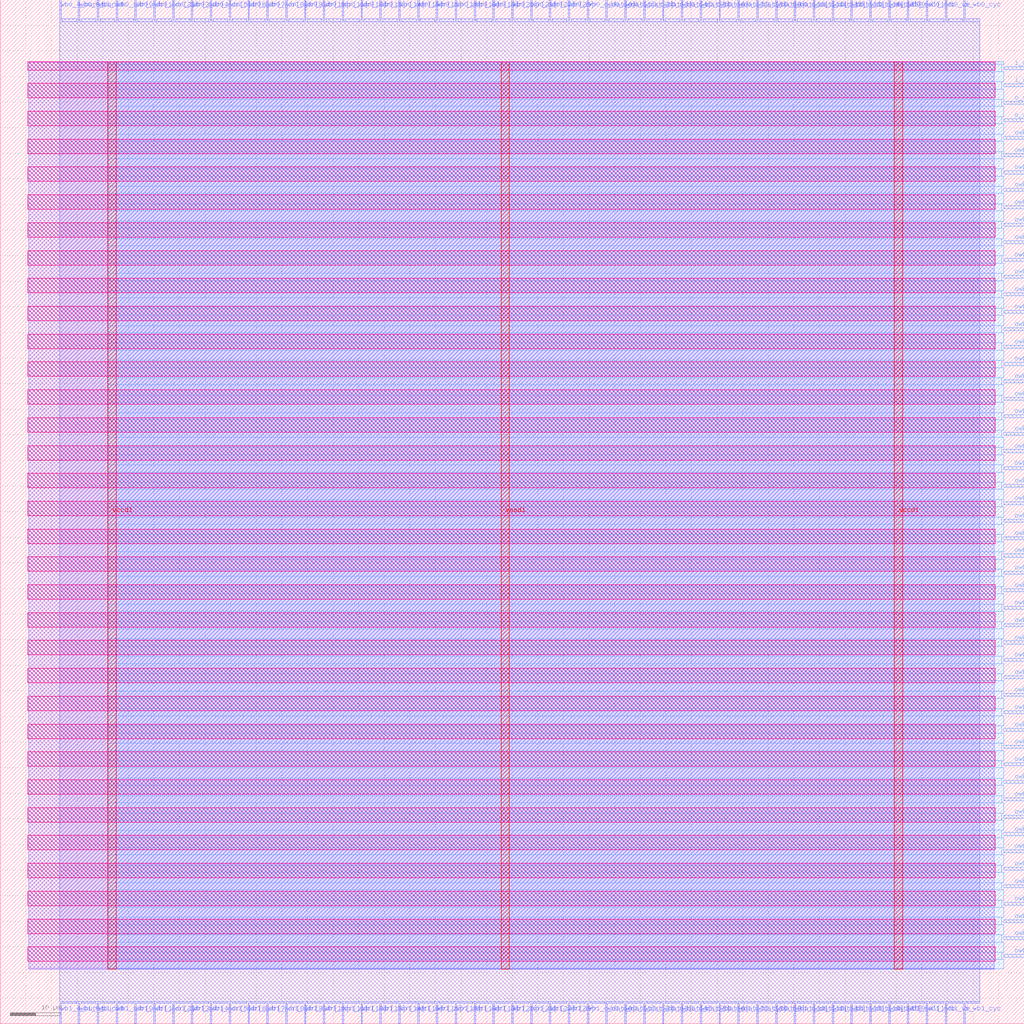
<source format=lef>
VERSION 5.7 ;
  NOWIREEXTENSIONATPIN ON ;
  DIVIDERCHAR "/" ;
  BUSBITCHARS "[]" ;
MACRO wishbone_arbiter
  CLASS BLOCK ;
  FOREIGN wishbone_arbiter ;
  ORIGIN 0.000 0.000 ;
  SIZE 200.000 BY 200.000 ;
  PIN i_clk
    DIRECTION INPUT ;
    USE SIGNAL ;
    PORT
      LAYER met3 ;
        RECT 196.000 186.360 200.000 186.960 ;
    END
  END i_clk
  PIN i_rst
    DIRECTION INPUT ;
    USE SIGNAL ;
    PORT
      LAYER met3 ;
        RECT 196.000 182.960 200.000 183.560 ;
    END
  END i_rst
  PIN i_wb0_cyc
    DIRECTION INPUT ;
    USE SIGNAL ;
    PORT
      LAYER met2 ;
        RECT 188.230 196.000 188.510 200.000 ;
    END
  END i_wb0_cyc
  PIN i_wb1_cyc
    DIRECTION INPUT ;
    USE SIGNAL ;
    PORT
      LAYER met2 ;
        RECT 188.230 0.000 188.510 4.000 ;
    END
  END i_wb1_cyc
  PIN o_sel_sig
    DIRECTION OUTPUT TRISTATE ;
    USE SIGNAL ;
    PORT
      LAYER met3 ;
        RECT 196.000 179.560 200.000 180.160 ;
    END
  END o_sel_sig
  PIN o_wb_cyc
    DIRECTION OUTPUT TRISTATE ;
    USE SIGNAL ;
    PORT
      LAYER met3 ;
        RECT 196.000 176.160 200.000 176.760 ;
    END
  END o_wb_cyc
  PIN owb_4_burst
    DIRECTION OUTPUT TRISTATE ;
    USE SIGNAL ;
    PORT
      LAYER met3 ;
        RECT 196.000 12.960 200.000 13.560 ;
    END
  END owb_4_burst
  PIN owb_8_burst
    DIRECTION OUTPUT TRISTATE ;
    USE SIGNAL ;
    PORT
      LAYER met3 ;
        RECT 196.000 16.360 200.000 16.960 ;
    END
  END owb_8_burst
  PIN owb_ack
    DIRECTION INPUT ;
    USE SIGNAL ;
    PORT
      LAYER met3 ;
        RECT 196.000 19.760 200.000 20.360 ;
    END
  END owb_ack
  PIN owb_adr[0]
    DIRECTION OUTPUT TRISTATE ;
    USE SIGNAL ;
    PORT
      LAYER met3 ;
        RECT 196.000 23.160 200.000 23.760 ;
    END
  END owb_adr[0]
  PIN owb_adr[10]
    DIRECTION OUTPUT TRISTATE ;
    USE SIGNAL ;
    PORT
      LAYER met3 ;
        RECT 196.000 57.160 200.000 57.760 ;
    END
  END owb_adr[10]
  PIN owb_adr[11]
    DIRECTION OUTPUT TRISTATE ;
    USE SIGNAL ;
    PORT
      LAYER met3 ;
        RECT 196.000 60.560 200.000 61.160 ;
    END
  END owb_adr[11]
  PIN owb_adr[12]
    DIRECTION OUTPUT TRISTATE ;
    USE SIGNAL ;
    PORT
      LAYER met3 ;
        RECT 196.000 63.960 200.000 64.560 ;
    END
  END owb_adr[12]
  PIN owb_adr[13]
    DIRECTION OUTPUT TRISTATE ;
    USE SIGNAL ;
    PORT
      LAYER met3 ;
        RECT 196.000 67.360 200.000 67.960 ;
    END
  END owb_adr[13]
  PIN owb_adr[14]
    DIRECTION OUTPUT TRISTATE ;
    USE SIGNAL ;
    PORT
      LAYER met3 ;
        RECT 196.000 70.760 200.000 71.360 ;
    END
  END owb_adr[14]
  PIN owb_adr[15]
    DIRECTION OUTPUT TRISTATE ;
    USE SIGNAL ;
    PORT
      LAYER met3 ;
        RECT 196.000 74.160 200.000 74.760 ;
    END
  END owb_adr[15]
  PIN owb_adr[16]
    DIRECTION OUTPUT TRISTATE ;
    USE SIGNAL ;
    PORT
      LAYER met3 ;
        RECT 196.000 77.560 200.000 78.160 ;
    END
  END owb_adr[16]
  PIN owb_adr[17]
    DIRECTION OUTPUT TRISTATE ;
    USE SIGNAL ;
    PORT
      LAYER met3 ;
        RECT 196.000 80.960 200.000 81.560 ;
    END
  END owb_adr[17]
  PIN owb_adr[18]
    DIRECTION OUTPUT TRISTATE ;
    USE SIGNAL ;
    PORT
      LAYER met3 ;
        RECT 196.000 84.360 200.000 84.960 ;
    END
  END owb_adr[18]
  PIN owb_adr[19]
    DIRECTION OUTPUT TRISTATE ;
    USE SIGNAL ;
    PORT
      LAYER met3 ;
        RECT 196.000 87.760 200.000 88.360 ;
    END
  END owb_adr[19]
  PIN owb_adr[1]
    DIRECTION OUTPUT TRISTATE ;
    USE SIGNAL ;
    PORT
      LAYER met3 ;
        RECT 196.000 26.560 200.000 27.160 ;
    END
  END owb_adr[1]
  PIN owb_adr[20]
    DIRECTION OUTPUT TRISTATE ;
    USE SIGNAL ;
    PORT
      LAYER met3 ;
        RECT 196.000 91.160 200.000 91.760 ;
    END
  END owb_adr[20]
  PIN owb_adr[21]
    DIRECTION OUTPUT TRISTATE ;
    USE SIGNAL ;
    PORT
      LAYER met3 ;
        RECT 196.000 94.560 200.000 95.160 ;
    END
  END owb_adr[21]
  PIN owb_adr[22]
    DIRECTION OUTPUT TRISTATE ;
    USE SIGNAL ;
    PORT
      LAYER met3 ;
        RECT 196.000 97.960 200.000 98.560 ;
    END
  END owb_adr[22]
  PIN owb_adr[23]
    DIRECTION OUTPUT TRISTATE ;
    USE SIGNAL ;
    PORT
      LAYER met3 ;
        RECT 196.000 101.360 200.000 101.960 ;
    END
  END owb_adr[23]
  PIN owb_adr[2]
    DIRECTION OUTPUT TRISTATE ;
    USE SIGNAL ;
    PORT
      LAYER met3 ;
        RECT 196.000 29.960 200.000 30.560 ;
    END
  END owb_adr[2]
  PIN owb_adr[3]
    DIRECTION OUTPUT TRISTATE ;
    USE SIGNAL ;
    PORT
      LAYER met3 ;
        RECT 196.000 33.360 200.000 33.960 ;
    END
  END owb_adr[3]
  PIN owb_adr[4]
    DIRECTION OUTPUT TRISTATE ;
    USE SIGNAL ;
    PORT
      LAYER met3 ;
        RECT 196.000 36.760 200.000 37.360 ;
    END
  END owb_adr[4]
  PIN owb_adr[5]
    DIRECTION OUTPUT TRISTATE ;
    USE SIGNAL ;
    PORT
      LAYER met3 ;
        RECT 196.000 40.160 200.000 40.760 ;
    END
  END owb_adr[5]
  PIN owb_adr[6]
    DIRECTION OUTPUT TRISTATE ;
    USE SIGNAL ;
    PORT
      LAYER met3 ;
        RECT 196.000 43.560 200.000 44.160 ;
    END
  END owb_adr[6]
  PIN owb_adr[7]
    DIRECTION OUTPUT TRISTATE ;
    USE SIGNAL ;
    PORT
      LAYER met3 ;
        RECT 196.000 46.960 200.000 47.560 ;
    END
  END owb_adr[7]
  PIN owb_adr[8]
    DIRECTION OUTPUT TRISTATE ;
    USE SIGNAL ;
    PORT
      LAYER met3 ;
        RECT 196.000 50.360 200.000 50.960 ;
    END
  END owb_adr[8]
  PIN owb_adr[9]
    DIRECTION OUTPUT TRISTATE ;
    USE SIGNAL ;
    PORT
      LAYER met3 ;
        RECT 196.000 53.760 200.000 54.360 ;
    END
  END owb_adr[9]
  PIN owb_err
    DIRECTION INPUT ;
    USE SIGNAL ;
    PORT
      LAYER met3 ;
        RECT 196.000 104.760 200.000 105.360 ;
    END
  END owb_err
  PIN owb_o_dat[0]
    DIRECTION OUTPUT TRISTATE ;
    USE SIGNAL ;
    PORT
      LAYER met3 ;
        RECT 196.000 108.160 200.000 108.760 ;
    END
  END owb_o_dat[0]
  PIN owb_o_dat[10]
    DIRECTION OUTPUT TRISTATE ;
    USE SIGNAL ;
    PORT
      LAYER met3 ;
        RECT 196.000 142.160 200.000 142.760 ;
    END
  END owb_o_dat[10]
  PIN owb_o_dat[11]
    DIRECTION OUTPUT TRISTATE ;
    USE SIGNAL ;
    PORT
      LAYER met3 ;
        RECT 196.000 145.560 200.000 146.160 ;
    END
  END owb_o_dat[11]
  PIN owb_o_dat[12]
    DIRECTION OUTPUT TRISTATE ;
    USE SIGNAL ;
    PORT
      LAYER met3 ;
        RECT 196.000 148.960 200.000 149.560 ;
    END
  END owb_o_dat[12]
  PIN owb_o_dat[13]
    DIRECTION OUTPUT TRISTATE ;
    USE SIGNAL ;
    PORT
      LAYER met3 ;
        RECT 196.000 152.360 200.000 152.960 ;
    END
  END owb_o_dat[13]
  PIN owb_o_dat[14]
    DIRECTION OUTPUT TRISTATE ;
    USE SIGNAL ;
    PORT
      LAYER met3 ;
        RECT 196.000 155.760 200.000 156.360 ;
    END
  END owb_o_dat[14]
  PIN owb_o_dat[15]
    DIRECTION OUTPUT TRISTATE ;
    USE SIGNAL ;
    PORT
      LAYER met3 ;
        RECT 196.000 159.160 200.000 159.760 ;
    END
  END owb_o_dat[15]
  PIN owb_o_dat[1]
    DIRECTION OUTPUT TRISTATE ;
    USE SIGNAL ;
    PORT
      LAYER met3 ;
        RECT 196.000 111.560 200.000 112.160 ;
    END
  END owb_o_dat[1]
  PIN owb_o_dat[2]
    DIRECTION OUTPUT TRISTATE ;
    USE SIGNAL ;
    PORT
      LAYER met3 ;
        RECT 196.000 114.960 200.000 115.560 ;
    END
  END owb_o_dat[2]
  PIN owb_o_dat[3]
    DIRECTION OUTPUT TRISTATE ;
    USE SIGNAL ;
    PORT
      LAYER met3 ;
        RECT 196.000 118.360 200.000 118.960 ;
    END
  END owb_o_dat[3]
  PIN owb_o_dat[4]
    DIRECTION OUTPUT TRISTATE ;
    USE SIGNAL ;
    PORT
      LAYER met3 ;
        RECT 196.000 121.760 200.000 122.360 ;
    END
  END owb_o_dat[4]
  PIN owb_o_dat[5]
    DIRECTION OUTPUT TRISTATE ;
    USE SIGNAL ;
    PORT
      LAYER met3 ;
        RECT 196.000 125.160 200.000 125.760 ;
    END
  END owb_o_dat[5]
  PIN owb_o_dat[6]
    DIRECTION OUTPUT TRISTATE ;
    USE SIGNAL ;
    PORT
      LAYER met3 ;
        RECT 196.000 128.560 200.000 129.160 ;
    END
  END owb_o_dat[6]
  PIN owb_o_dat[7]
    DIRECTION OUTPUT TRISTATE ;
    USE SIGNAL ;
    PORT
      LAYER met3 ;
        RECT 196.000 131.960 200.000 132.560 ;
    END
  END owb_o_dat[7]
  PIN owb_o_dat[8]
    DIRECTION OUTPUT TRISTATE ;
    USE SIGNAL ;
    PORT
      LAYER met3 ;
        RECT 196.000 135.360 200.000 135.960 ;
    END
  END owb_o_dat[8]
  PIN owb_o_dat[9]
    DIRECTION OUTPUT TRISTATE ;
    USE SIGNAL ;
    PORT
      LAYER met3 ;
        RECT 196.000 138.760 200.000 139.360 ;
    END
  END owb_o_dat[9]
  PIN owb_sel[0]
    DIRECTION OUTPUT TRISTATE ;
    USE SIGNAL ;
    PORT
      LAYER met3 ;
        RECT 196.000 162.560 200.000 163.160 ;
    END
  END owb_sel[0]
  PIN owb_sel[1]
    DIRECTION OUTPUT TRISTATE ;
    USE SIGNAL ;
    PORT
      LAYER met3 ;
        RECT 196.000 165.960 200.000 166.560 ;
    END
  END owb_sel[1]
  PIN owb_stb
    DIRECTION OUTPUT TRISTATE ;
    USE SIGNAL ;
    PORT
      LAYER met3 ;
        RECT 196.000 169.360 200.000 169.960 ;
    END
  END owb_stb
  PIN owb_we
    DIRECTION OUTPUT TRISTATE ;
    USE SIGNAL ;
    PORT
      LAYER met3 ;
        RECT 196.000 172.760 200.000 173.360 ;
    END
  END owb_we
  PIN vccd1
    DIRECTION INOUT ;
    USE POWER ;
    PORT
      LAYER met4 ;
        RECT 21.040 10.640 22.640 187.920 ;
    END
    PORT
      LAYER met4 ;
        RECT 174.640 10.640 176.240 187.920 ;
    END
  END vccd1
  PIN vssd1
    DIRECTION INOUT ;
    USE GROUND ;
    PORT
      LAYER met4 ;
        RECT 97.840 10.640 99.440 187.920 ;
    END
  END vssd1
  PIN wb0_4_burst
    DIRECTION INPUT ;
    USE SIGNAL ;
    PORT
      LAYER met2 ;
        RECT 11.590 196.000 11.870 200.000 ;
    END
  END wb0_4_burst
  PIN wb0_8_burst
    DIRECTION INPUT ;
    USE SIGNAL ;
    PORT
      LAYER met2 ;
        RECT 15.270 196.000 15.550 200.000 ;
    END
  END wb0_8_burst
  PIN wb0_ack
    DIRECTION OUTPUT TRISTATE ;
    USE SIGNAL ;
    PORT
      LAYER met2 ;
        RECT 18.950 196.000 19.230 200.000 ;
    END
  END wb0_ack
  PIN wb0_adr[0]
    DIRECTION INPUT ;
    USE SIGNAL ;
    PORT
      LAYER met2 ;
        RECT 22.630 196.000 22.910 200.000 ;
    END
  END wb0_adr[0]
  PIN wb0_adr[10]
    DIRECTION INPUT ;
    USE SIGNAL ;
    PORT
      LAYER met2 ;
        RECT 59.430 196.000 59.710 200.000 ;
    END
  END wb0_adr[10]
  PIN wb0_adr[11]
    DIRECTION INPUT ;
    USE SIGNAL ;
    PORT
      LAYER met2 ;
        RECT 63.110 196.000 63.390 200.000 ;
    END
  END wb0_adr[11]
  PIN wb0_adr[12]
    DIRECTION INPUT ;
    USE SIGNAL ;
    PORT
      LAYER met2 ;
        RECT 66.790 196.000 67.070 200.000 ;
    END
  END wb0_adr[12]
  PIN wb0_adr[13]
    DIRECTION INPUT ;
    USE SIGNAL ;
    PORT
      LAYER met2 ;
        RECT 70.470 196.000 70.750 200.000 ;
    END
  END wb0_adr[13]
  PIN wb0_adr[14]
    DIRECTION INPUT ;
    USE SIGNAL ;
    PORT
      LAYER met2 ;
        RECT 74.150 196.000 74.430 200.000 ;
    END
  END wb0_adr[14]
  PIN wb0_adr[15]
    DIRECTION INPUT ;
    USE SIGNAL ;
    PORT
      LAYER met2 ;
        RECT 77.830 196.000 78.110 200.000 ;
    END
  END wb0_adr[15]
  PIN wb0_adr[16]
    DIRECTION INPUT ;
    USE SIGNAL ;
    PORT
      LAYER met2 ;
        RECT 81.510 196.000 81.790 200.000 ;
    END
  END wb0_adr[16]
  PIN wb0_adr[17]
    DIRECTION INPUT ;
    USE SIGNAL ;
    PORT
      LAYER met2 ;
        RECT 85.190 196.000 85.470 200.000 ;
    END
  END wb0_adr[17]
  PIN wb0_adr[18]
    DIRECTION INPUT ;
    USE SIGNAL ;
    PORT
      LAYER met2 ;
        RECT 88.870 196.000 89.150 200.000 ;
    END
  END wb0_adr[18]
  PIN wb0_adr[19]
    DIRECTION INPUT ;
    USE SIGNAL ;
    PORT
      LAYER met2 ;
        RECT 92.550 196.000 92.830 200.000 ;
    END
  END wb0_adr[19]
  PIN wb0_adr[1]
    DIRECTION INPUT ;
    USE SIGNAL ;
    PORT
      LAYER met2 ;
        RECT 26.310 196.000 26.590 200.000 ;
    END
  END wb0_adr[1]
  PIN wb0_adr[20]
    DIRECTION INPUT ;
    USE SIGNAL ;
    PORT
      LAYER met2 ;
        RECT 96.230 196.000 96.510 200.000 ;
    END
  END wb0_adr[20]
  PIN wb0_adr[21]
    DIRECTION INPUT ;
    USE SIGNAL ;
    PORT
      LAYER met2 ;
        RECT 99.910 196.000 100.190 200.000 ;
    END
  END wb0_adr[21]
  PIN wb0_adr[22]
    DIRECTION INPUT ;
    USE SIGNAL ;
    PORT
      LAYER met2 ;
        RECT 103.590 196.000 103.870 200.000 ;
    END
  END wb0_adr[22]
  PIN wb0_adr[23]
    DIRECTION INPUT ;
    USE SIGNAL ;
    PORT
      LAYER met2 ;
        RECT 107.270 196.000 107.550 200.000 ;
    END
  END wb0_adr[23]
  PIN wb0_adr[2]
    DIRECTION INPUT ;
    USE SIGNAL ;
    PORT
      LAYER met2 ;
        RECT 29.990 196.000 30.270 200.000 ;
    END
  END wb0_adr[2]
  PIN wb0_adr[3]
    DIRECTION INPUT ;
    USE SIGNAL ;
    PORT
      LAYER met2 ;
        RECT 33.670 196.000 33.950 200.000 ;
    END
  END wb0_adr[3]
  PIN wb0_adr[4]
    DIRECTION INPUT ;
    USE SIGNAL ;
    PORT
      LAYER met2 ;
        RECT 37.350 196.000 37.630 200.000 ;
    END
  END wb0_adr[4]
  PIN wb0_adr[5]
    DIRECTION INPUT ;
    USE SIGNAL ;
    PORT
      LAYER met2 ;
        RECT 41.030 196.000 41.310 200.000 ;
    END
  END wb0_adr[5]
  PIN wb0_adr[6]
    DIRECTION INPUT ;
    USE SIGNAL ;
    PORT
      LAYER met2 ;
        RECT 44.710 196.000 44.990 200.000 ;
    END
  END wb0_adr[6]
  PIN wb0_adr[7]
    DIRECTION INPUT ;
    USE SIGNAL ;
    PORT
      LAYER met2 ;
        RECT 48.390 196.000 48.670 200.000 ;
    END
  END wb0_adr[7]
  PIN wb0_adr[8]
    DIRECTION INPUT ;
    USE SIGNAL ;
    PORT
      LAYER met2 ;
        RECT 52.070 196.000 52.350 200.000 ;
    END
  END wb0_adr[8]
  PIN wb0_adr[9]
    DIRECTION INPUT ;
    USE SIGNAL ;
    PORT
      LAYER met2 ;
        RECT 55.750 196.000 56.030 200.000 ;
    END
  END wb0_adr[9]
  PIN wb0_err
    DIRECTION OUTPUT TRISTATE ;
    USE SIGNAL ;
    PORT
      LAYER met2 ;
        RECT 110.950 196.000 111.230 200.000 ;
    END
  END wb0_err
  PIN wb0_o_dat[0]
    DIRECTION INPUT ;
    USE SIGNAL ;
    PORT
      LAYER met2 ;
        RECT 114.630 196.000 114.910 200.000 ;
    END
  END wb0_o_dat[0]
  PIN wb0_o_dat[10]
    DIRECTION INPUT ;
    USE SIGNAL ;
    PORT
      LAYER met2 ;
        RECT 151.430 196.000 151.710 200.000 ;
    END
  END wb0_o_dat[10]
  PIN wb0_o_dat[11]
    DIRECTION INPUT ;
    USE SIGNAL ;
    PORT
      LAYER met2 ;
        RECT 155.110 196.000 155.390 200.000 ;
    END
  END wb0_o_dat[11]
  PIN wb0_o_dat[12]
    DIRECTION INPUT ;
    USE SIGNAL ;
    PORT
      LAYER met2 ;
        RECT 158.790 196.000 159.070 200.000 ;
    END
  END wb0_o_dat[12]
  PIN wb0_o_dat[13]
    DIRECTION INPUT ;
    USE SIGNAL ;
    PORT
      LAYER met2 ;
        RECT 162.470 196.000 162.750 200.000 ;
    END
  END wb0_o_dat[13]
  PIN wb0_o_dat[14]
    DIRECTION INPUT ;
    USE SIGNAL ;
    PORT
      LAYER met2 ;
        RECT 166.150 196.000 166.430 200.000 ;
    END
  END wb0_o_dat[14]
  PIN wb0_o_dat[15]
    DIRECTION INPUT ;
    USE SIGNAL ;
    PORT
      LAYER met2 ;
        RECT 169.830 196.000 170.110 200.000 ;
    END
  END wb0_o_dat[15]
  PIN wb0_o_dat[1]
    DIRECTION INPUT ;
    USE SIGNAL ;
    PORT
      LAYER met2 ;
        RECT 118.310 196.000 118.590 200.000 ;
    END
  END wb0_o_dat[1]
  PIN wb0_o_dat[2]
    DIRECTION INPUT ;
    USE SIGNAL ;
    PORT
      LAYER met2 ;
        RECT 121.990 196.000 122.270 200.000 ;
    END
  END wb0_o_dat[2]
  PIN wb0_o_dat[3]
    DIRECTION INPUT ;
    USE SIGNAL ;
    PORT
      LAYER met2 ;
        RECT 125.670 196.000 125.950 200.000 ;
    END
  END wb0_o_dat[3]
  PIN wb0_o_dat[4]
    DIRECTION INPUT ;
    USE SIGNAL ;
    PORT
      LAYER met2 ;
        RECT 129.350 196.000 129.630 200.000 ;
    END
  END wb0_o_dat[4]
  PIN wb0_o_dat[5]
    DIRECTION INPUT ;
    USE SIGNAL ;
    PORT
      LAYER met2 ;
        RECT 133.030 196.000 133.310 200.000 ;
    END
  END wb0_o_dat[5]
  PIN wb0_o_dat[6]
    DIRECTION INPUT ;
    USE SIGNAL ;
    PORT
      LAYER met2 ;
        RECT 136.710 196.000 136.990 200.000 ;
    END
  END wb0_o_dat[6]
  PIN wb0_o_dat[7]
    DIRECTION INPUT ;
    USE SIGNAL ;
    PORT
      LAYER met2 ;
        RECT 140.390 196.000 140.670 200.000 ;
    END
  END wb0_o_dat[7]
  PIN wb0_o_dat[8]
    DIRECTION INPUT ;
    USE SIGNAL ;
    PORT
      LAYER met2 ;
        RECT 144.070 196.000 144.350 200.000 ;
    END
  END wb0_o_dat[8]
  PIN wb0_o_dat[9]
    DIRECTION INPUT ;
    USE SIGNAL ;
    PORT
      LAYER met2 ;
        RECT 147.750 196.000 148.030 200.000 ;
    END
  END wb0_o_dat[9]
  PIN wb0_sel[0]
    DIRECTION INPUT ;
    USE SIGNAL ;
    PORT
      LAYER met2 ;
        RECT 173.510 196.000 173.790 200.000 ;
    END
  END wb0_sel[0]
  PIN wb0_sel[1]
    DIRECTION INPUT ;
    USE SIGNAL ;
    PORT
      LAYER met2 ;
        RECT 177.190 196.000 177.470 200.000 ;
    END
  END wb0_sel[1]
  PIN wb0_stb
    DIRECTION INPUT ;
    USE SIGNAL ;
    PORT
      LAYER met2 ;
        RECT 180.870 196.000 181.150 200.000 ;
    END
  END wb0_stb
  PIN wb0_we
    DIRECTION INPUT ;
    USE SIGNAL ;
    PORT
      LAYER met2 ;
        RECT 184.550 196.000 184.830 200.000 ;
    END
  END wb0_we
  PIN wb1_4_burst
    DIRECTION INPUT ;
    USE SIGNAL ;
    PORT
      LAYER met2 ;
        RECT 11.590 0.000 11.870 4.000 ;
    END
  END wb1_4_burst
  PIN wb1_8_burst
    DIRECTION INPUT ;
    USE SIGNAL ;
    PORT
      LAYER met2 ;
        RECT 15.270 0.000 15.550 4.000 ;
    END
  END wb1_8_burst
  PIN wb1_ack
    DIRECTION OUTPUT TRISTATE ;
    USE SIGNAL ;
    PORT
      LAYER met2 ;
        RECT 18.950 0.000 19.230 4.000 ;
    END
  END wb1_ack
  PIN wb1_adr[0]
    DIRECTION INPUT ;
    USE SIGNAL ;
    PORT
      LAYER met2 ;
        RECT 22.630 0.000 22.910 4.000 ;
    END
  END wb1_adr[0]
  PIN wb1_adr[10]
    DIRECTION INPUT ;
    USE SIGNAL ;
    PORT
      LAYER met2 ;
        RECT 59.430 0.000 59.710 4.000 ;
    END
  END wb1_adr[10]
  PIN wb1_adr[11]
    DIRECTION INPUT ;
    USE SIGNAL ;
    PORT
      LAYER met2 ;
        RECT 63.110 0.000 63.390 4.000 ;
    END
  END wb1_adr[11]
  PIN wb1_adr[12]
    DIRECTION INPUT ;
    USE SIGNAL ;
    PORT
      LAYER met2 ;
        RECT 66.790 0.000 67.070 4.000 ;
    END
  END wb1_adr[12]
  PIN wb1_adr[13]
    DIRECTION INPUT ;
    USE SIGNAL ;
    PORT
      LAYER met2 ;
        RECT 70.470 0.000 70.750 4.000 ;
    END
  END wb1_adr[13]
  PIN wb1_adr[14]
    DIRECTION INPUT ;
    USE SIGNAL ;
    PORT
      LAYER met2 ;
        RECT 74.150 0.000 74.430 4.000 ;
    END
  END wb1_adr[14]
  PIN wb1_adr[15]
    DIRECTION INPUT ;
    USE SIGNAL ;
    PORT
      LAYER met2 ;
        RECT 77.830 0.000 78.110 4.000 ;
    END
  END wb1_adr[15]
  PIN wb1_adr[16]
    DIRECTION INPUT ;
    USE SIGNAL ;
    PORT
      LAYER met2 ;
        RECT 81.510 0.000 81.790 4.000 ;
    END
  END wb1_adr[16]
  PIN wb1_adr[17]
    DIRECTION INPUT ;
    USE SIGNAL ;
    PORT
      LAYER met2 ;
        RECT 85.190 0.000 85.470 4.000 ;
    END
  END wb1_adr[17]
  PIN wb1_adr[18]
    DIRECTION INPUT ;
    USE SIGNAL ;
    PORT
      LAYER met2 ;
        RECT 88.870 0.000 89.150 4.000 ;
    END
  END wb1_adr[18]
  PIN wb1_adr[19]
    DIRECTION INPUT ;
    USE SIGNAL ;
    PORT
      LAYER met2 ;
        RECT 92.550 0.000 92.830 4.000 ;
    END
  END wb1_adr[19]
  PIN wb1_adr[1]
    DIRECTION INPUT ;
    USE SIGNAL ;
    PORT
      LAYER met2 ;
        RECT 26.310 0.000 26.590 4.000 ;
    END
  END wb1_adr[1]
  PIN wb1_adr[20]
    DIRECTION INPUT ;
    USE SIGNAL ;
    PORT
      LAYER met2 ;
        RECT 96.230 0.000 96.510 4.000 ;
    END
  END wb1_adr[20]
  PIN wb1_adr[21]
    DIRECTION INPUT ;
    USE SIGNAL ;
    PORT
      LAYER met2 ;
        RECT 99.910 0.000 100.190 4.000 ;
    END
  END wb1_adr[21]
  PIN wb1_adr[22]
    DIRECTION INPUT ;
    USE SIGNAL ;
    PORT
      LAYER met2 ;
        RECT 103.590 0.000 103.870 4.000 ;
    END
  END wb1_adr[22]
  PIN wb1_adr[23]
    DIRECTION INPUT ;
    USE SIGNAL ;
    PORT
      LAYER met2 ;
        RECT 107.270 0.000 107.550 4.000 ;
    END
  END wb1_adr[23]
  PIN wb1_adr[2]
    DIRECTION INPUT ;
    USE SIGNAL ;
    PORT
      LAYER met2 ;
        RECT 29.990 0.000 30.270 4.000 ;
    END
  END wb1_adr[2]
  PIN wb1_adr[3]
    DIRECTION INPUT ;
    USE SIGNAL ;
    PORT
      LAYER met2 ;
        RECT 33.670 0.000 33.950 4.000 ;
    END
  END wb1_adr[3]
  PIN wb1_adr[4]
    DIRECTION INPUT ;
    USE SIGNAL ;
    PORT
      LAYER met2 ;
        RECT 37.350 0.000 37.630 4.000 ;
    END
  END wb1_adr[4]
  PIN wb1_adr[5]
    DIRECTION INPUT ;
    USE SIGNAL ;
    PORT
      LAYER met2 ;
        RECT 41.030 0.000 41.310 4.000 ;
    END
  END wb1_adr[5]
  PIN wb1_adr[6]
    DIRECTION INPUT ;
    USE SIGNAL ;
    PORT
      LAYER met2 ;
        RECT 44.710 0.000 44.990 4.000 ;
    END
  END wb1_adr[6]
  PIN wb1_adr[7]
    DIRECTION INPUT ;
    USE SIGNAL ;
    PORT
      LAYER met2 ;
        RECT 48.390 0.000 48.670 4.000 ;
    END
  END wb1_adr[7]
  PIN wb1_adr[8]
    DIRECTION INPUT ;
    USE SIGNAL ;
    PORT
      LAYER met2 ;
        RECT 52.070 0.000 52.350 4.000 ;
    END
  END wb1_adr[8]
  PIN wb1_adr[9]
    DIRECTION INPUT ;
    USE SIGNAL ;
    PORT
      LAYER met2 ;
        RECT 55.750 0.000 56.030 4.000 ;
    END
  END wb1_adr[9]
  PIN wb1_err
    DIRECTION OUTPUT TRISTATE ;
    USE SIGNAL ;
    PORT
      LAYER met2 ;
        RECT 110.950 0.000 111.230 4.000 ;
    END
  END wb1_err
  PIN wb1_o_dat[0]
    DIRECTION INPUT ;
    USE SIGNAL ;
    PORT
      LAYER met2 ;
        RECT 114.630 0.000 114.910 4.000 ;
    END
  END wb1_o_dat[0]
  PIN wb1_o_dat[10]
    DIRECTION INPUT ;
    USE SIGNAL ;
    PORT
      LAYER met2 ;
        RECT 151.430 0.000 151.710 4.000 ;
    END
  END wb1_o_dat[10]
  PIN wb1_o_dat[11]
    DIRECTION INPUT ;
    USE SIGNAL ;
    PORT
      LAYER met2 ;
        RECT 155.110 0.000 155.390 4.000 ;
    END
  END wb1_o_dat[11]
  PIN wb1_o_dat[12]
    DIRECTION INPUT ;
    USE SIGNAL ;
    PORT
      LAYER met2 ;
        RECT 158.790 0.000 159.070 4.000 ;
    END
  END wb1_o_dat[12]
  PIN wb1_o_dat[13]
    DIRECTION INPUT ;
    USE SIGNAL ;
    PORT
      LAYER met2 ;
        RECT 162.470 0.000 162.750 4.000 ;
    END
  END wb1_o_dat[13]
  PIN wb1_o_dat[14]
    DIRECTION INPUT ;
    USE SIGNAL ;
    PORT
      LAYER met2 ;
        RECT 166.150 0.000 166.430 4.000 ;
    END
  END wb1_o_dat[14]
  PIN wb1_o_dat[15]
    DIRECTION INPUT ;
    USE SIGNAL ;
    PORT
      LAYER met2 ;
        RECT 169.830 0.000 170.110 4.000 ;
    END
  END wb1_o_dat[15]
  PIN wb1_o_dat[1]
    DIRECTION INPUT ;
    USE SIGNAL ;
    PORT
      LAYER met2 ;
        RECT 118.310 0.000 118.590 4.000 ;
    END
  END wb1_o_dat[1]
  PIN wb1_o_dat[2]
    DIRECTION INPUT ;
    USE SIGNAL ;
    PORT
      LAYER met2 ;
        RECT 121.990 0.000 122.270 4.000 ;
    END
  END wb1_o_dat[2]
  PIN wb1_o_dat[3]
    DIRECTION INPUT ;
    USE SIGNAL ;
    PORT
      LAYER met2 ;
        RECT 125.670 0.000 125.950 4.000 ;
    END
  END wb1_o_dat[3]
  PIN wb1_o_dat[4]
    DIRECTION INPUT ;
    USE SIGNAL ;
    PORT
      LAYER met2 ;
        RECT 129.350 0.000 129.630 4.000 ;
    END
  END wb1_o_dat[4]
  PIN wb1_o_dat[5]
    DIRECTION INPUT ;
    USE SIGNAL ;
    PORT
      LAYER met2 ;
        RECT 133.030 0.000 133.310 4.000 ;
    END
  END wb1_o_dat[5]
  PIN wb1_o_dat[6]
    DIRECTION INPUT ;
    USE SIGNAL ;
    PORT
      LAYER met2 ;
        RECT 136.710 0.000 136.990 4.000 ;
    END
  END wb1_o_dat[6]
  PIN wb1_o_dat[7]
    DIRECTION INPUT ;
    USE SIGNAL ;
    PORT
      LAYER met2 ;
        RECT 140.390 0.000 140.670 4.000 ;
    END
  END wb1_o_dat[7]
  PIN wb1_o_dat[8]
    DIRECTION INPUT ;
    USE SIGNAL ;
    PORT
      LAYER met2 ;
        RECT 144.070 0.000 144.350 4.000 ;
    END
  END wb1_o_dat[8]
  PIN wb1_o_dat[9]
    DIRECTION INPUT ;
    USE SIGNAL ;
    PORT
      LAYER met2 ;
        RECT 147.750 0.000 148.030 4.000 ;
    END
  END wb1_o_dat[9]
  PIN wb1_sel[0]
    DIRECTION INPUT ;
    USE SIGNAL ;
    PORT
      LAYER met2 ;
        RECT 173.510 0.000 173.790 4.000 ;
    END
  END wb1_sel[0]
  PIN wb1_sel[1]
    DIRECTION INPUT ;
    USE SIGNAL ;
    PORT
      LAYER met2 ;
        RECT 177.190 0.000 177.470 4.000 ;
    END
  END wb1_sel[1]
  PIN wb1_stb
    DIRECTION INPUT ;
    USE SIGNAL ;
    PORT
      LAYER met2 ;
        RECT 180.870 0.000 181.150 4.000 ;
    END
  END wb1_stb
  PIN wb1_we
    DIRECTION INPUT ;
    USE SIGNAL ;
    PORT
      LAYER met2 ;
        RECT 184.550 0.000 184.830 4.000 ;
    END
  END wb1_we
  OBS
      LAYER nwell ;
        RECT 5.330 186.265 194.310 187.870 ;
        RECT 5.330 180.825 194.310 183.655 ;
        RECT 5.330 175.385 194.310 178.215 ;
        RECT 5.330 169.945 194.310 172.775 ;
        RECT 5.330 164.505 194.310 167.335 ;
        RECT 5.330 159.065 194.310 161.895 ;
        RECT 5.330 153.625 194.310 156.455 ;
        RECT 5.330 148.185 194.310 151.015 ;
        RECT 5.330 142.745 194.310 145.575 ;
        RECT 5.330 137.305 194.310 140.135 ;
        RECT 5.330 131.865 194.310 134.695 ;
        RECT 5.330 126.425 194.310 129.255 ;
        RECT 5.330 120.985 194.310 123.815 ;
        RECT 5.330 115.545 194.310 118.375 ;
        RECT 5.330 110.105 194.310 112.935 ;
        RECT 5.330 104.665 194.310 107.495 ;
        RECT 5.330 99.225 194.310 102.055 ;
        RECT 5.330 93.785 194.310 96.615 ;
        RECT 5.330 88.345 194.310 91.175 ;
        RECT 5.330 82.905 194.310 85.735 ;
        RECT 5.330 77.465 194.310 80.295 ;
        RECT 5.330 72.025 194.310 74.855 ;
        RECT 5.330 66.585 194.310 69.415 ;
        RECT 5.330 61.145 194.310 63.975 ;
        RECT 5.330 55.705 194.310 58.535 ;
        RECT 5.330 50.265 194.310 53.095 ;
        RECT 5.330 44.825 194.310 47.655 ;
        RECT 5.330 39.385 194.310 42.215 ;
        RECT 5.330 33.945 194.310 36.775 ;
        RECT 5.330 28.505 194.310 31.335 ;
        RECT 5.330 23.065 194.310 25.895 ;
        RECT 5.330 17.625 194.310 20.455 ;
        RECT 5.330 12.185 194.310 15.015 ;
      LAYER li1 ;
        RECT 5.520 10.795 194.120 187.765 ;
      LAYER met1 ;
        RECT 5.520 10.640 194.120 187.920 ;
      LAYER met2 ;
        RECT 12.150 195.720 14.990 196.250 ;
        RECT 15.830 195.720 18.670 196.250 ;
        RECT 19.510 195.720 22.350 196.250 ;
        RECT 23.190 195.720 26.030 196.250 ;
        RECT 26.870 195.720 29.710 196.250 ;
        RECT 30.550 195.720 33.390 196.250 ;
        RECT 34.230 195.720 37.070 196.250 ;
        RECT 37.910 195.720 40.750 196.250 ;
        RECT 41.590 195.720 44.430 196.250 ;
        RECT 45.270 195.720 48.110 196.250 ;
        RECT 48.950 195.720 51.790 196.250 ;
        RECT 52.630 195.720 55.470 196.250 ;
        RECT 56.310 195.720 59.150 196.250 ;
        RECT 59.990 195.720 62.830 196.250 ;
        RECT 63.670 195.720 66.510 196.250 ;
        RECT 67.350 195.720 70.190 196.250 ;
        RECT 71.030 195.720 73.870 196.250 ;
        RECT 74.710 195.720 77.550 196.250 ;
        RECT 78.390 195.720 81.230 196.250 ;
        RECT 82.070 195.720 84.910 196.250 ;
        RECT 85.750 195.720 88.590 196.250 ;
        RECT 89.430 195.720 92.270 196.250 ;
        RECT 93.110 195.720 95.950 196.250 ;
        RECT 96.790 195.720 99.630 196.250 ;
        RECT 100.470 195.720 103.310 196.250 ;
        RECT 104.150 195.720 106.990 196.250 ;
        RECT 107.830 195.720 110.670 196.250 ;
        RECT 111.510 195.720 114.350 196.250 ;
        RECT 115.190 195.720 118.030 196.250 ;
        RECT 118.870 195.720 121.710 196.250 ;
        RECT 122.550 195.720 125.390 196.250 ;
        RECT 126.230 195.720 129.070 196.250 ;
        RECT 129.910 195.720 132.750 196.250 ;
        RECT 133.590 195.720 136.430 196.250 ;
        RECT 137.270 195.720 140.110 196.250 ;
        RECT 140.950 195.720 143.790 196.250 ;
        RECT 144.630 195.720 147.470 196.250 ;
        RECT 148.310 195.720 151.150 196.250 ;
        RECT 151.990 195.720 154.830 196.250 ;
        RECT 155.670 195.720 158.510 196.250 ;
        RECT 159.350 195.720 162.190 196.250 ;
        RECT 163.030 195.720 165.870 196.250 ;
        RECT 166.710 195.720 169.550 196.250 ;
        RECT 170.390 195.720 173.230 196.250 ;
        RECT 174.070 195.720 176.910 196.250 ;
        RECT 177.750 195.720 180.590 196.250 ;
        RECT 181.430 195.720 184.270 196.250 ;
        RECT 185.110 195.720 187.950 196.250 ;
        RECT 188.790 195.720 191.260 196.250 ;
        RECT 11.600 4.280 191.260 195.720 ;
        RECT 12.150 4.000 14.990 4.280 ;
        RECT 15.830 4.000 18.670 4.280 ;
        RECT 19.510 4.000 22.350 4.280 ;
        RECT 23.190 4.000 26.030 4.280 ;
        RECT 26.870 4.000 29.710 4.280 ;
        RECT 30.550 4.000 33.390 4.280 ;
        RECT 34.230 4.000 37.070 4.280 ;
        RECT 37.910 4.000 40.750 4.280 ;
        RECT 41.590 4.000 44.430 4.280 ;
        RECT 45.270 4.000 48.110 4.280 ;
        RECT 48.950 4.000 51.790 4.280 ;
        RECT 52.630 4.000 55.470 4.280 ;
        RECT 56.310 4.000 59.150 4.280 ;
        RECT 59.990 4.000 62.830 4.280 ;
        RECT 63.670 4.000 66.510 4.280 ;
        RECT 67.350 4.000 70.190 4.280 ;
        RECT 71.030 4.000 73.870 4.280 ;
        RECT 74.710 4.000 77.550 4.280 ;
        RECT 78.390 4.000 81.230 4.280 ;
        RECT 82.070 4.000 84.910 4.280 ;
        RECT 85.750 4.000 88.590 4.280 ;
        RECT 89.430 4.000 92.270 4.280 ;
        RECT 93.110 4.000 95.950 4.280 ;
        RECT 96.790 4.000 99.630 4.280 ;
        RECT 100.470 4.000 103.310 4.280 ;
        RECT 104.150 4.000 106.990 4.280 ;
        RECT 107.830 4.000 110.670 4.280 ;
        RECT 111.510 4.000 114.350 4.280 ;
        RECT 115.190 4.000 118.030 4.280 ;
        RECT 118.870 4.000 121.710 4.280 ;
        RECT 122.550 4.000 125.390 4.280 ;
        RECT 126.230 4.000 129.070 4.280 ;
        RECT 129.910 4.000 132.750 4.280 ;
        RECT 133.590 4.000 136.430 4.280 ;
        RECT 137.270 4.000 140.110 4.280 ;
        RECT 140.950 4.000 143.790 4.280 ;
        RECT 144.630 4.000 147.470 4.280 ;
        RECT 148.310 4.000 151.150 4.280 ;
        RECT 151.990 4.000 154.830 4.280 ;
        RECT 155.670 4.000 158.510 4.280 ;
        RECT 159.350 4.000 162.190 4.280 ;
        RECT 163.030 4.000 165.870 4.280 ;
        RECT 166.710 4.000 169.550 4.280 ;
        RECT 170.390 4.000 173.230 4.280 ;
        RECT 174.070 4.000 176.910 4.280 ;
        RECT 177.750 4.000 180.590 4.280 ;
        RECT 181.430 4.000 184.270 4.280 ;
        RECT 185.110 4.000 187.950 4.280 ;
        RECT 188.790 4.000 191.260 4.280 ;
      LAYER met3 ;
        RECT 21.050 187.360 196.000 187.845 ;
        RECT 21.050 185.960 195.600 187.360 ;
        RECT 21.050 183.960 196.000 185.960 ;
        RECT 21.050 182.560 195.600 183.960 ;
        RECT 21.050 180.560 196.000 182.560 ;
        RECT 21.050 179.160 195.600 180.560 ;
        RECT 21.050 177.160 196.000 179.160 ;
        RECT 21.050 175.760 195.600 177.160 ;
        RECT 21.050 173.760 196.000 175.760 ;
        RECT 21.050 172.360 195.600 173.760 ;
        RECT 21.050 170.360 196.000 172.360 ;
        RECT 21.050 168.960 195.600 170.360 ;
        RECT 21.050 166.960 196.000 168.960 ;
        RECT 21.050 165.560 195.600 166.960 ;
        RECT 21.050 163.560 196.000 165.560 ;
        RECT 21.050 162.160 195.600 163.560 ;
        RECT 21.050 160.160 196.000 162.160 ;
        RECT 21.050 158.760 195.600 160.160 ;
        RECT 21.050 156.760 196.000 158.760 ;
        RECT 21.050 155.360 195.600 156.760 ;
        RECT 21.050 153.360 196.000 155.360 ;
        RECT 21.050 151.960 195.600 153.360 ;
        RECT 21.050 149.960 196.000 151.960 ;
        RECT 21.050 148.560 195.600 149.960 ;
        RECT 21.050 146.560 196.000 148.560 ;
        RECT 21.050 145.160 195.600 146.560 ;
        RECT 21.050 143.160 196.000 145.160 ;
        RECT 21.050 141.760 195.600 143.160 ;
        RECT 21.050 139.760 196.000 141.760 ;
        RECT 21.050 138.360 195.600 139.760 ;
        RECT 21.050 136.360 196.000 138.360 ;
        RECT 21.050 134.960 195.600 136.360 ;
        RECT 21.050 132.960 196.000 134.960 ;
        RECT 21.050 131.560 195.600 132.960 ;
        RECT 21.050 129.560 196.000 131.560 ;
        RECT 21.050 128.160 195.600 129.560 ;
        RECT 21.050 126.160 196.000 128.160 ;
        RECT 21.050 124.760 195.600 126.160 ;
        RECT 21.050 122.760 196.000 124.760 ;
        RECT 21.050 121.360 195.600 122.760 ;
        RECT 21.050 119.360 196.000 121.360 ;
        RECT 21.050 117.960 195.600 119.360 ;
        RECT 21.050 115.960 196.000 117.960 ;
        RECT 21.050 114.560 195.600 115.960 ;
        RECT 21.050 112.560 196.000 114.560 ;
        RECT 21.050 111.160 195.600 112.560 ;
        RECT 21.050 109.160 196.000 111.160 ;
        RECT 21.050 107.760 195.600 109.160 ;
        RECT 21.050 105.760 196.000 107.760 ;
        RECT 21.050 104.360 195.600 105.760 ;
        RECT 21.050 102.360 196.000 104.360 ;
        RECT 21.050 100.960 195.600 102.360 ;
        RECT 21.050 98.960 196.000 100.960 ;
        RECT 21.050 97.560 195.600 98.960 ;
        RECT 21.050 95.560 196.000 97.560 ;
        RECT 21.050 94.160 195.600 95.560 ;
        RECT 21.050 92.160 196.000 94.160 ;
        RECT 21.050 90.760 195.600 92.160 ;
        RECT 21.050 88.760 196.000 90.760 ;
        RECT 21.050 87.360 195.600 88.760 ;
        RECT 21.050 85.360 196.000 87.360 ;
        RECT 21.050 83.960 195.600 85.360 ;
        RECT 21.050 81.960 196.000 83.960 ;
        RECT 21.050 80.560 195.600 81.960 ;
        RECT 21.050 78.560 196.000 80.560 ;
        RECT 21.050 77.160 195.600 78.560 ;
        RECT 21.050 75.160 196.000 77.160 ;
        RECT 21.050 73.760 195.600 75.160 ;
        RECT 21.050 71.760 196.000 73.760 ;
        RECT 21.050 70.360 195.600 71.760 ;
        RECT 21.050 68.360 196.000 70.360 ;
        RECT 21.050 66.960 195.600 68.360 ;
        RECT 21.050 64.960 196.000 66.960 ;
        RECT 21.050 63.560 195.600 64.960 ;
        RECT 21.050 61.560 196.000 63.560 ;
        RECT 21.050 60.160 195.600 61.560 ;
        RECT 21.050 58.160 196.000 60.160 ;
        RECT 21.050 56.760 195.600 58.160 ;
        RECT 21.050 54.760 196.000 56.760 ;
        RECT 21.050 53.360 195.600 54.760 ;
        RECT 21.050 51.360 196.000 53.360 ;
        RECT 21.050 49.960 195.600 51.360 ;
        RECT 21.050 47.960 196.000 49.960 ;
        RECT 21.050 46.560 195.600 47.960 ;
        RECT 21.050 44.560 196.000 46.560 ;
        RECT 21.050 43.160 195.600 44.560 ;
        RECT 21.050 41.160 196.000 43.160 ;
        RECT 21.050 39.760 195.600 41.160 ;
        RECT 21.050 37.760 196.000 39.760 ;
        RECT 21.050 36.360 195.600 37.760 ;
        RECT 21.050 34.360 196.000 36.360 ;
        RECT 21.050 32.960 195.600 34.360 ;
        RECT 21.050 30.960 196.000 32.960 ;
        RECT 21.050 29.560 195.600 30.960 ;
        RECT 21.050 27.560 196.000 29.560 ;
        RECT 21.050 26.160 195.600 27.560 ;
        RECT 21.050 24.160 196.000 26.160 ;
        RECT 21.050 22.760 195.600 24.160 ;
        RECT 21.050 20.760 196.000 22.760 ;
        RECT 21.050 19.360 195.600 20.760 ;
        RECT 21.050 17.360 196.000 19.360 ;
        RECT 21.050 15.960 195.600 17.360 ;
        RECT 21.050 13.960 196.000 15.960 ;
        RECT 21.050 12.560 195.600 13.960 ;
        RECT 21.050 10.715 196.000 12.560 ;
  END
END wishbone_arbiter
END LIBRARY


</source>
